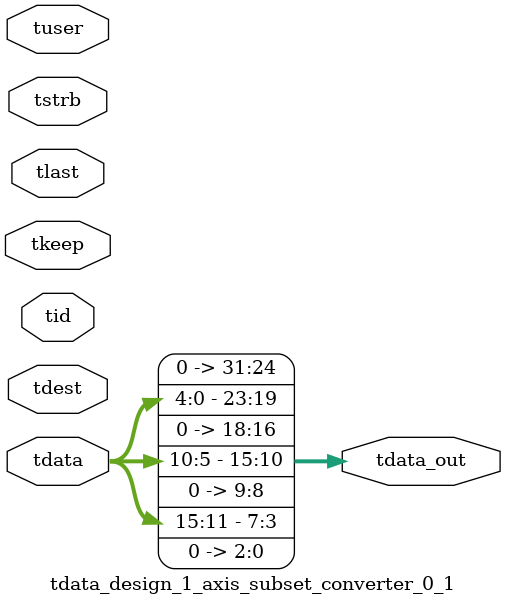
<source format=v>


`timescale 1ps/1ps

module tdata_design_1_axis_subset_converter_0_1 #
(
parameter C_S_AXIS_TDATA_WIDTH = 32,
parameter C_S_AXIS_TUSER_WIDTH = 0,
parameter C_S_AXIS_TID_WIDTH   = 0,
parameter C_S_AXIS_TDEST_WIDTH = 0,
parameter C_M_AXIS_TDATA_WIDTH = 32
)
(
input  [(C_S_AXIS_TDATA_WIDTH == 0 ? 1 : C_S_AXIS_TDATA_WIDTH)-1:0     ] tdata,
input  [(C_S_AXIS_TUSER_WIDTH == 0 ? 1 : C_S_AXIS_TUSER_WIDTH)-1:0     ] tuser,
input  [(C_S_AXIS_TID_WIDTH   == 0 ? 1 : C_S_AXIS_TID_WIDTH)-1:0       ] tid,
input  [(C_S_AXIS_TDEST_WIDTH == 0 ? 1 : C_S_AXIS_TDEST_WIDTH)-1:0     ] tdest,
input  [(C_S_AXIS_TDATA_WIDTH/8)-1:0 ] tkeep,
input  [(C_S_AXIS_TDATA_WIDTH/8)-1:0 ] tstrb,
input                                                                    tlast,
output [C_M_AXIS_TDATA_WIDTH-1:0] tdata_out
);

assign tdata_out = {tdata[4:0],3'b000,tdata[10:5],2'b00,tdata[15:11],3'b000};

endmodule


</source>
